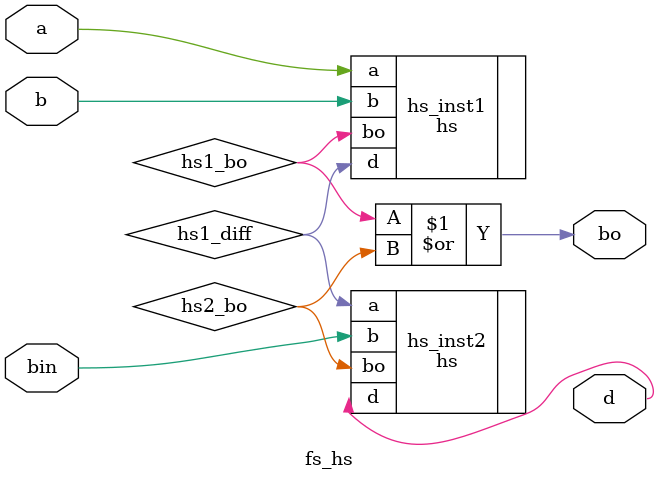
<source format=v>
module fs_hs(a,b,bin,d,bo);
input a,b,bin;
output d,bo;

wire hs1_diff, hs1_bo, hs2_bo, borrow_total;

hs hs_inst1(.a(a), .b(b), .d(hs1_diff), .bo(hs1_bo));
hs hs_inst2(.a(hs1_diff), .b(bin) , .d(d) , .bo(hs2_bo));
or or_inst(bo,hs1_bo,hs2_bo);

endmodule
</source>
